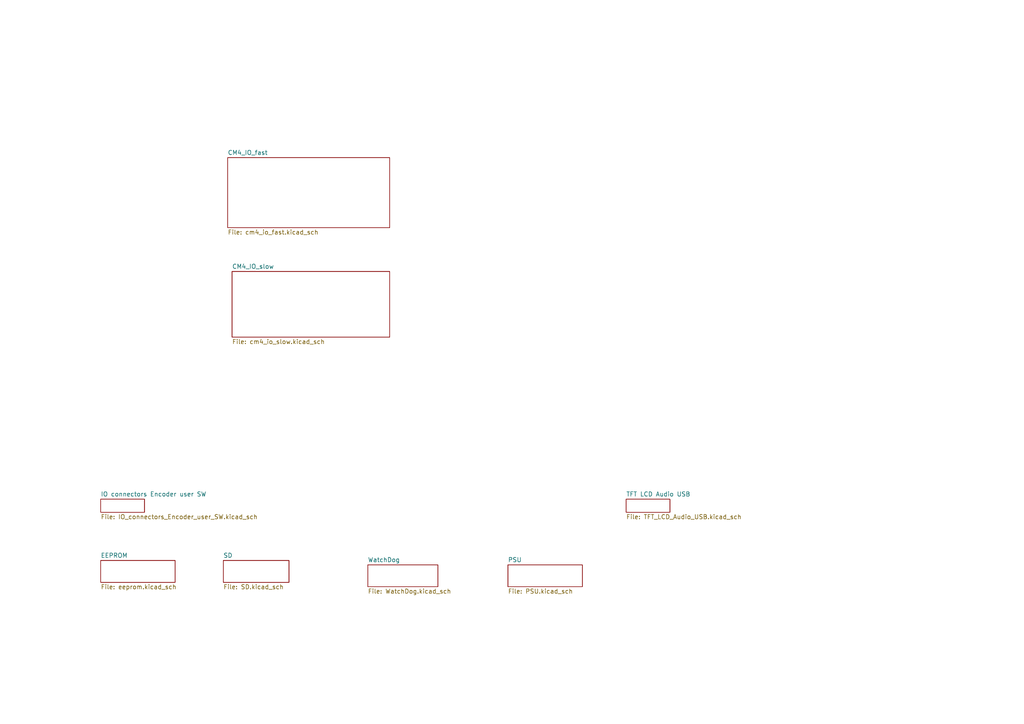
<source format=kicad_sch>
(kicad_sch (version 20230121) (generator eeschema)
  (paper "A4")
  (lib_symbols)
  (sheet (at 106.68 163.83) (size 20.32 6.35) (stroke (width 0.1524))
    (property "Sheetname" "WatchDog" (at 106.68 163.1184 0) (effects (justify left bottom)))
    (property "Sheetfile" "WatchDog.kicad_sch" (at 106.68 170.7646 0) (effects (justify left top)))
  )
  (sheet (at 29.21 162.56) (size 21.59 6.35) (stroke (width 0.1524))
    (property "Sheetname" "EEPROM" (at 29.21 161.8484 0) (effects (justify left bottom)))
    (property "Sheetfile" "eeprom.kicad_sch" (at 29.21 169.4946 0) (effects (justify left top)))
  )
  (sheet (at 67.31 78.74) (size 45.72 19.05) (stroke (width 0.1524))
    (property "Sheetname" "CM4_IO_slow" (at 67.31 78.0284 0) (effects (justify left bottom)))
    (property "Sheetfile" "cm4_io_slow.kicad_sch" (at 67.31 98.3746 0) (effects (justify left top)))
  )
  (sheet (at 181.61 144.78) (size 12.7 3.81)
    (property "Sheetname" "TFT LCD Audio USB" (at 181.61 144.0684 0) (effects (justify left bottom)))
    (property "Sheetfile" "TFT_LCD_Audio_USB.kicad_sch" (at 181.61 149.1746 0) (effects (justify left top)))
  )
  (sheet (at 147.32 163.83) (size 21.59 6.35) (stroke (width 0.1524))
    (property "Sheetname" "PSU" (at 147.32 163.1184 0) (effects (justify left bottom)))
    (property "Sheetfile" "PSU.kicad_sch" (at 147.32 170.7646 0) (effects (justify left top)))
  )
  (sheet (at 29.21 144.78) (size 12.7 3.81)
    (property "Sheetname" "IO connectors Encoder user SW" (at 29.21 144.0684 0) (effects (justify left bottom)))
    (property "Sheetfile" "IO_connectors_Encoder_user_SW.kicad_sch" (at 29.21 149.1746 0) (effects (justify left top)))
  )
  (sheet (at 66.04 45.72) (size 46.99 20.32) (stroke (width 0.1524))
    (property "Sheetname" "CM4_IO_fast" (at 66.04 45.0084 0) (effects (justify left bottom)))
    (property "Sheetfile" "cm4_io_fast.kicad_sch" (at 66.04 66.6246 0) (effects (justify left top)))
  )
  (sheet (at 64.77 162.56) (size 19.05 6.35) (stroke (width 0.1524))
    (property "Sheetname" "SD" (at 64.77 161.8484 0) (effects (justify left bottom)))
    (property "Sheetfile" "SD.kicad_sch" (at 64.77 169.4946 0) (effects (justify left top)))
  )
)
</source>
